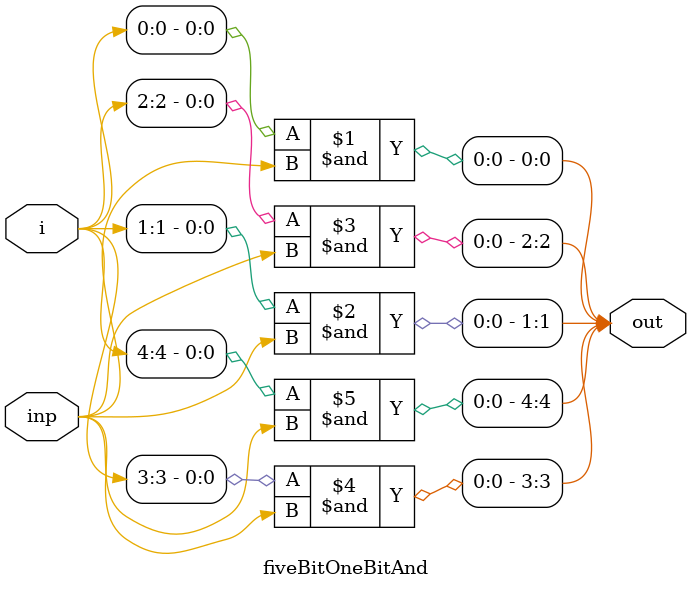
<source format=v>
module washingMachine(clk, s0, s1, s2, wash, rinse, spin, cloth, wash_out, rinse_out, spin_out, cloth_out);
    input clk;
    input s0; // Read/write
    input s1, s2; // Preset mode number
    input [4:0] wash, rinse, spin, cloth;
    output [4:0] wash_out, rinse_out, spin_out, cloth_out;
    wire write, read;
    wire reg1, reg2, reg3, reg4;
    wire [4:0] wash_0, rinse_0, spin_0, cloth_0;
    wire [4:0] wash_1, rinse_1, spin_1, cloth_1;
    wire [4:0] wash_2, rinse_2, spin_2, cloth_2;
    wire [4:0] wash_3, rinse_3, spin_3, cloth_3;
    wire choose_output;
    wire [4:0] wash_out_reg, rinse_out_reg, spin_out_reg, cloth_out_reg;

    demuxTwoOne demux0(clk, s0, write, read);
    demuxFourOne demux1(write, s1, s2, reg0, reg1, reg2, reg3);

    washingMachineRegister wm_reg0(clk, reg0, wash, rinse, spin, cloth, wash_0, rinse_0, spin_0, cloth_0);
    washingMachineRegister wm_reg1(clk, reg1, wash, rinse, spin, cloth, wash_1, rinse_1, spin_1, cloth_1);
    washingMachineRegister wm_reg2(clk, reg2, wash, rinse, spin, cloth, wash_2, rinse_2, spin_2, cloth_2);
    washingMachineRegister wm_reg3(clk, reg3, wash, rinse, spin, cloth, wash_3, rinse_3, spin_3, cloth_3);

    and and0(choose_output, read, s0);

    muxFourOneForWM wash_mux(wash_0, wash_1, wash_2, wash_3, s1, s2, wash_out);
    muxFourOneForWM rinse_mux(rinse_0, rinse_1, rinse_2, rinse_3, s1, s2, rinse_out);
    muxFourOneForWM spin_mux(spin_0, spin_1, spin_2, spin_3, s1, s2, spin_out);
    muxFourOneForWM cloth_mux(cloth_0, cloth_1, cloth_2, cloth_3, s1, s2, cloth_out);

    // fiveBitOneBitAnd wash_and(wash_out, wash_out_reg, choose_output);
    // fiveBitOneBitAnd rinse_and(rinse_out, rinse_out_reg, choose_output);
    // fiveBitOneBitAnd spin_and(spin_out, spin_out_reg, choose_output);
    // fiveBitOneBitAnd cloth_and(cloth_out, cloth_out_reg, choose_output);
endmodule

module fiveBitAnd(out, i, inp1, inp2);
    input [4:0] i;
    input inp1, inp2;
    output [4:0] out;
    and and0(out[0], inp1, inp2, i);
    and and1(out[1], inp1, inp2, i);
    and and2(out[2], inp1, inp2, i);
    and and3(out[3], inp1, inp2, i);
    and and4(out[4], inp1, inp2, i);
endmodule

module fiveBitOr(out, inp1, inp2, inp3, inp4);
    input [4:0] inp1, inp2, inp3, inp4;
    output [4:0] out;
    or or0(out[0], inp1[0], inp2[0], inp3[0], inp4[0]);
    or or1(out[1], inp1[1], inp2[1], inp3[1], inp4[1]);
    or or2(out[2], inp1[2], inp2[2], inp3[2], inp4[2]);
    or or3(out[3], inp1[3], inp2[3], inp3[3], inp4[3]);
    or or4(out[4], inp1[4], inp2[4], inp3[4], inp4[4]);
endmodule

module muxFourOneForWM(i1, i2, i3, i4, s0, s1, out);
    input [4:0] i1, i2, i3, i4;
    input s0, s1;
    output [4:0] out;
    wire [4:0] and0, and1, and2, and3;
    wire not_s0, not_s1;
    not not0(not_s0, s0);
    not not1(not_s1, s1);
    fiveBitAnd and_0(and0, i1, not_s0, not_s1);
    fiveBitAnd and_1(and1, i2, not_s0, s1);
    fiveBitAnd and_2(and2, i3, s0, not_s1);
    fiveBitAnd and_3(and3, i4, s0, s1);
    fiveBitOr or0(out, and0, and1, and2, and3);
endmodule
    
module washingMachineRegister(i, sel, wash, rinse, spin, cloth, wash_out, rinse_out, spin_out, cloth_out);
    input i, sel;
    input [4:0] wash, rinse, spin, cloth;
    output [4:0] wash_out, rinse_out, spin_out, cloth_out;

    memoryImplementation wash_mem(i, sel, wash[0], wash[1], wash[2], wash[3], wash[4], wash_out[0], wash_out[1], wash_out[2], wash_out[3], wash_out[4]);
    memoryImplementation rinse_mem(i, sel, rinse[0], rinse[1], rinse[2], rinse[3], rinse[4], rinse_out[0], rinse_out[1], rinse_out[2], rinse_out[3], rinse_out[4]);
    memoryImplementation spin_mem(i, sel, spin[0], spin[1], spin[2], spin[3], spin[4], spin_out[0], spin_out[1], spin_out[2], spin_out[3], spin_out[4]);
    memoryImplementation cloth_mem(i, sel, cloth[0], cloth[1], cloth[2], cloth[3], cloth[4], cloth_out[0], cloth_out[1], cloth_out[2], cloth_out[3], cloth_out[4]);
endmodule

module fiveBitOneBitAnd(out, i, inp);
    input inp;
    input [4:0] i;
    output [4:0] out;

    and and0(out[0], i[0], inp);
    and and1(out[1], i[1], inp);
    and and2(out[2], i[2], inp);
    and and3(out[3], i[3], inp);
    and and4(out[4], i[4], inp);
endmodule
</source>
